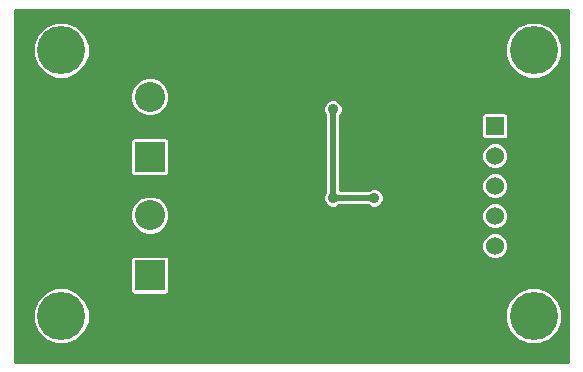
<source format=gtl>
G04 (created by PCBNEW (2013-mar-13)-testing) date Thu 04 Apr 2013 07:07:45 PM CEST*
%MOIN*%
G04 Gerber Fmt 3.4, Leading zero omitted, Abs format*
%FSLAX34Y34*%
G01*
G70*
G90*
G04 APERTURE LIST*
%ADD10C,0.006*%
%ADD11R,0.06X0.06*%
%ADD12C,0.06*%
%ADD13R,0.1X0.1*%
%ADD14C,0.1*%
%ADD15C,0.16*%
%ADD16C,0.035*%
%ADD17C,0.02*%
%ADD18C,0.01*%
G04 APERTURE END LIST*
G54D10*
G54D11*
X49696Y-46622D03*
G54D12*
X50696Y-46622D03*
X49696Y-47622D03*
X50696Y-47622D03*
X49696Y-48622D03*
X50696Y-48622D03*
X49696Y-49622D03*
X50696Y-49622D03*
X49696Y-50622D03*
X50696Y-50622D03*
G54D13*
X38188Y-51590D03*
G54D14*
X38188Y-49590D03*
G54D13*
X38188Y-47653D03*
G54D14*
X38188Y-45653D03*
G54D15*
X35236Y-52952D03*
X50984Y-52952D03*
X35236Y-44094D03*
X50984Y-44094D03*
G54D16*
X44291Y-46062D03*
X44291Y-49015D03*
X45669Y-49015D03*
G54D17*
X44291Y-49015D02*
X44291Y-46062D01*
X45669Y-49015D02*
X44291Y-49015D01*
G54D10*
G36*
X52115Y-54477D02*
X51934Y-54477D01*
X51934Y-52764D01*
X51934Y-43906D01*
X51790Y-43557D01*
X51523Y-43289D01*
X51174Y-43144D01*
X50796Y-43144D01*
X50446Y-43288D01*
X50179Y-43555D01*
X50034Y-43904D01*
X50034Y-44282D01*
X50178Y-44631D01*
X50445Y-44899D01*
X50794Y-45044D01*
X51172Y-45044D01*
X51521Y-44900D01*
X51789Y-44633D01*
X51934Y-44284D01*
X51934Y-43906D01*
X51934Y-52764D01*
X51790Y-52415D01*
X51523Y-52147D01*
X51174Y-52002D01*
X50796Y-52002D01*
X50446Y-52146D01*
X50179Y-52413D01*
X50146Y-52492D01*
X50146Y-50532D01*
X50146Y-49532D01*
X50146Y-48532D01*
X50146Y-47532D01*
X50146Y-47532D01*
X50146Y-46892D01*
X50146Y-46292D01*
X50124Y-46237D01*
X50081Y-46194D01*
X50026Y-46172D01*
X49967Y-46172D01*
X49367Y-46172D01*
X49311Y-46194D01*
X49269Y-46236D01*
X49246Y-46292D01*
X49246Y-46351D01*
X49246Y-46951D01*
X49269Y-47006D01*
X49311Y-47049D01*
X49366Y-47072D01*
X49426Y-47072D01*
X50026Y-47072D01*
X50081Y-47049D01*
X50123Y-47007D01*
X50146Y-46952D01*
X50146Y-46892D01*
X50146Y-47532D01*
X50078Y-47367D01*
X49952Y-47240D01*
X49786Y-47172D01*
X49607Y-47171D01*
X49442Y-47240D01*
X49315Y-47366D01*
X49246Y-47532D01*
X49246Y-47711D01*
X49315Y-47876D01*
X49441Y-48003D01*
X49606Y-48071D01*
X49785Y-48072D01*
X49951Y-48003D01*
X50078Y-47877D01*
X50146Y-47711D01*
X50146Y-47532D01*
X50146Y-48532D01*
X50078Y-48367D01*
X49952Y-48240D01*
X49786Y-48172D01*
X49607Y-48171D01*
X49442Y-48240D01*
X49315Y-48366D01*
X49246Y-48532D01*
X49246Y-48711D01*
X49315Y-48876D01*
X49441Y-49003D01*
X49606Y-49071D01*
X49785Y-49072D01*
X49951Y-49003D01*
X50078Y-48877D01*
X50146Y-48711D01*
X50146Y-48532D01*
X50146Y-49532D01*
X50078Y-49367D01*
X49952Y-49240D01*
X49786Y-49172D01*
X49607Y-49171D01*
X49442Y-49240D01*
X49315Y-49366D01*
X49246Y-49532D01*
X49246Y-49711D01*
X49315Y-49876D01*
X49441Y-50003D01*
X49606Y-50071D01*
X49785Y-50072D01*
X49951Y-50003D01*
X50078Y-49877D01*
X50146Y-49711D01*
X50146Y-49532D01*
X50146Y-50532D01*
X50078Y-50367D01*
X49952Y-50240D01*
X49786Y-50172D01*
X49607Y-50171D01*
X49442Y-50240D01*
X49315Y-50366D01*
X49246Y-50532D01*
X49246Y-50711D01*
X49315Y-50876D01*
X49441Y-51003D01*
X49606Y-51071D01*
X49785Y-51072D01*
X49951Y-51003D01*
X50078Y-50877D01*
X50146Y-50711D01*
X50146Y-50532D01*
X50146Y-52492D01*
X50034Y-52762D01*
X50034Y-53140D01*
X50178Y-53490D01*
X50445Y-53757D01*
X50794Y-53902D01*
X51172Y-53902D01*
X51521Y-53758D01*
X51789Y-53491D01*
X51934Y-53142D01*
X51934Y-52764D01*
X51934Y-54477D01*
X45994Y-54477D01*
X45994Y-48951D01*
X45944Y-48831D01*
X45853Y-48740D01*
X45734Y-48690D01*
X45604Y-48690D01*
X45485Y-48740D01*
X45459Y-48765D01*
X44541Y-48765D01*
X44541Y-46272D01*
X44566Y-46247D01*
X44616Y-46127D01*
X44616Y-45998D01*
X44567Y-45879D01*
X44475Y-45787D01*
X44356Y-45738D01*
X44226Y-45737D01*
X44107Y-45787D01*
X44015Y-45878D01*
X43966Y-45998D01*
X43966Y-46127D01*
X44015Y-46246D01*
X44041Y-46272D01*
X44041Y-48806D01*
X44015Y-48831D01*
X43966Y-48950D01*
X43966Y-49080D01*
X44015Y-49199D01*
X44107Y-49291D01*
X44226Y-49340D01*
X44355Y-49340D01*
X44475Y-49291D01*
X44500Y-49265D01*
X45459Y-49265D01*
X45484Y-49291D01*
X45604Y-49340D01*
X45733Y-49340D01*
X45853Y-49291D01*
X45944Y-49200D01*
X45994Y-49080D01*
X45994Y-48951D01*
X45994Y-54477D01*
X38839Y-54477D01*
X38839Y-49461D01*
X38839Y-45524D01*
X38740Y-45285D01*
X38557Y-45102D01*
X38318Y-45003D01*
X38060Y-45003D01*
X37821Y-45102D01*
X37638Y-45284D01*
X37539Y-45523D01*
X37538Y-45782D01*
X37637Y-46021D01*
X37820Y-46204D01*
X38059Y-46303D01*
X38317Y-46303D01*
X38556Y-46204D01*
X38739Y-46022D01*
X38838Y-45783D01*
X38839Y-45524D01*
X38839Y-49461D01*
X38839Y-49461D01*
X38839Y-48123D01*
X38839Y-47123D01*
X38816Y-47068D01*
X38774Y-47026D01*
X38718Y-47003D01*
X38659Y-47003D01*
X37659Y-47003D01*
X37604Y-47026D01*
X37561Y-47068D01*
X37539Y-47123D01*
X37538Y-47183D01*
X37538Y-48183D01*
X37561Y-48238D01*
X37603Y-48280D01*
X37659Y-48303D01*
X37718Y-48303D01*
X38718Y-48303D01*
X38773Y-48280D01*
X38816Y-48238D01*
X38838Y-48183D01*
X38839Y-48123D01*
X38839Y-49461D01*
X38740Y-49222D01*
X38557Y-49039D01*
X38318Y-48940D01*
X38060Y-48940D01*
X37821Y-49039D01*
X37638Y-49221D01*
X37539Y-49460D01*
X37538Y-49719D01*
X37637Y-49958D01*
X37820Y-50141D01*
X38059Y-50240D01*
X38317Y-50240D01*
X38556Y-50141D01*
X38739Y-49959D01*
X38838Y-49720D01*
X38839Y-49461D01*
X38839Y-54477D01*
X38839Y-54477D01*
X38839Y-52060D01*
X38839Y-51060D01*
X38816Y-51005D01*
X38774Y-50963D01*
X38718Y-50940D01*
X38659Y-50940D01*
X37659Y-50940D01*
X37604Y-50963D01*
X37561Y-51005D01*
X37539Y-51060D01*
X37538Y-51120D01*
X37538Y-52120D01*
X37561Y-52175D01*
X37603Y-52217D01*
X37659Y-52240D01*
X37718Y-52240D01*
X38718Y-52240D01*
X38773Y-52217D01*
X38816Y-52175D01*
X38838Y-52120D01*
X38839Y-52060D01*
X38839Y-54477D01*
X36186Y-54477D01*
X36186Y-52764D01*
X36186Y-43906D01*
X36042Y-43557D01*
X35775Y-43289D01*
X35426Y-43144D01*
X35048Y-43144D01*
X34698Y-43288D01*
X34431Y-43555D01*
X34286Y-43904D01*
X34286Y-44282D01*
X34430Y-44631D01*
X34697Y-44899D01*
X35046Y-45044D01*
X35424Y-45044D01*
X35773Y-44900D01*
X36041Y-44633D01*
X36186Y-44284D01*
X36186Y-43906D01*
X36186Y-52764D01*
X36042Y-52415D01*
X35775Y-52147D01*
X35426Y-52002D01*
X35048Y-52002D01*
X34698Y-52146D01*
X34431Y-52413D01*
X34286Y-52762D01*
X34286Y-53140D01*
X34430Y-53490D01*
X34697Y-53757D01*
X35046Y-53902D01*
X35424Y-53902D01*
X35773Y-53758D01*
X36041Y-53491D01*
X36186Y-53142D01*
X36186Y-52764D01*
X36186Y-54477D01*
X33711Y-54477D01*
X33711Y-42766D01*
X52115Y-42766D01*
X52115Y-54477D01*
X52115Y-54477D01*
G37*
G54D18*
X52115Y-54477D02*
X51934Y-54477D01*
X51934Y-52764D01*
X51934Y-43906D01*
X51790Y-43557D01*
X51523Y-43289D01*
X51174Y-43144D01*
X50796Y-43144D01*
X50446Y-43288D01*
X50179Y-43555D01*
X50034Y-43904D01*
X50034Y-44282D01*
X50178Y-44631D01*
X50445Y-44899D01*
X50794Y-45044D01*
X51172Y-45044D01*
X51521Y-44900D01*
X51789Y-44633D01*
X51934Y-44284D01*
X51934Y-43906D01*
X51934Y-52764D01*
X51790Y-52415D01*
X51523Y-52147D01*
X51174Y-52002D01*
X50796Y-52002D01*
X50446Y-52146D01*
X50179Y-52413D01*
X50146Y-52492D01*
X50146Y-50532D01*
X50146Y-49532D01*
X50146Y-48532D01*
X50146Y-47532D01*
X50146Y-47532D01*
X50146Y-46892D01*
X50146Y-46292D01*
X50124Y-46237D01*
X50081Y-46194D01*
X50026Y-46172D01*
X49967Y-46172D01*
X49367Y-46172D01*
X49311Y-46194D01*
X49269Y-46236D01*
X49246Y-46292D01*
X49246Y-46351D01*
X49246Y-46951D01*
X49269Y-47006D01*
X49311Y-47049D01*
X49366Y-47072D01*
X49426Y-47072D01*
X50026Y-47072D01*
X50081Y-47049D01*
X50123Y-47007D01*
X50146Y-46952D01*
X50146Y-46892D01*
X50146Y-47532D01*
X50078Y-47367D01*
X49952Y-47240D01*
X49786Y-47172D01*
X49607Y-47171D01*
X49442Y-47240D01*
X49315Y-47366D01*
X49246Y-47532D01*
X49246Y-47711D01*
X49315Y-47876D01*
X49441Y-48003D01*
X49606Y-48071D01*
X49785Y-48072D01*
X49951Y-48003D01*
X50078Y-47877D01*
X50146Y-47711D01*
X50146Y-47532D01*
X50146Y-48532D01*
X50078Y-48367D01*
X49952Y-48240D01*
X49786Y-48172D01*
X49607Y-48171D01*
X49442Y-48240D01*
X49315Y-48366D01*
X49246Y-48532D01*
X49246Y-48711D01*
X49315Y-48876D01*
X49441Y-49003D01*
X49606Y-49071D01*
X49785Y-49072D01*
X49951Y-49003D01*
X50078Y-48877D01*
X50146Y-48711D01*
X50146Y-48532D01*
X50146Y-49532D01*
X50078Y-49367D01*
X49952Y-49240D01*
X49786Y-49172D01*
X49607Y-49171D01*
X49442Y-49240D01*
X49315Y-49366D01*
X49246Y-49532D01*
X49246Y-49711D01*
X49315Y-49876D01*
X49441Y-50003D01*
X49606Y-50071D01*
X49785Y-50072D01*
X49951Y-50003D01*
X50078Y-49877D01*
X50146Y-49711D01*
X50146Y-49532D01*
X50146Y-50532D01*
X50078Y-50367D01*
X49952Y-50240D01*
X49786Y-50172D01*
X49607Y-50171D01*
X49442Y-50240D01*
X49315Y-50366D01*
X49246Y-50532D01*
X49246Y-50711D01*
X49315Y-50876D01*
X49441Y-51003D01*
X49606Y-51071D01*
X49785Y-51072D01*
X49951Y-51003D01*
X50078Y-50877D01*
X50146Y-50711D01*
X50146Y-50532D01*
X50146Y-52492D01*
X50034Y-52762D01*
X50034Y-53140D01*
X50178Y-53490D01*
X50445Y-53757D01*
X50794Y-53902D01*
X51172Y-53902D01*
X51521Y-53758D01*
X51789Y-53491D01*
X51934Y-53142D01*
X51934Y-52764D01*
X51934Y-54477D01*
X45994Y-54477D01*
X45994Y-48951D01*
X45944Y-48831D01*
X45853Y-48740D01*
X45734Y-48690D01*
X45604Y-48690D01*
X45485Y-48740D01*
X45459Y-48765D01*
X44541Y-48765D01*
X44541Y-46272D01*
X44566Y-46247D01*
X44616Y-46127D01*
X44616Y-45998D01*
X44567Y-45879D01*
X44475Y-45787D01*
X44356Y-45738D01*
X44226Y-45737D01*
X44107Y-45787D01*
X44015Y-45878D01*
X43966Y-45998D01*
X43966Y-46127D01*
X44015Y-46246D01*
X44041Y-46272D01*
X44041Y-48806D01*
X44015Y-48831D01*
X43966Y-48950D01*
X43966Y-49080D01*
X44015Y-49199D01*
X44107Y-49291D01*
X44226Y-49340D01*
X44355Y-49340D01*
X44475Y-49291D01*
X44500Y-49265D01*
X45459Y-49265D01*
X45484Y-49291D01*
X45604Y-49340D01*
X45733Y-49340D01*
X45853Y-49291D01*
X45944Y-49200D01*
X45994Y-49080D01*
X45994Y-48951D01*
X45994Y-54477D01*
X38839Y-54477D01*
X38839Y-49461D01*
X38839Y-45524D01*
X38740Y-45285D01*
X38557Y-45102D01*
X38318Y-45003D01*
X38060Y-45003D01*
X37821Y-45102D01*
X37638Y-45284D01*
X37539Y-45523D01*
X37538Y-45782D01*
X37637Y-46021D01*
X37820Y-46204D01*
X38059Y-46303D01*
X38317Y-46303D01*
X38556Y-46204D01*
X38739Y-46022D01*
X38838Y-45783D01*
X38839Y-45524D01*
X38839Y-49461D01*
X38839Y-49461D01*
X38839Y-48123D01*
X38839Y-47123D01*
X38816Y-47068D01*
X38774Y-47026D01*
X38718Y-47003D01*
X38659Y-47003D01*
X37659Y-47003D01*
X37604Y-47026D01*
X37561Y-47068D01*
X37539Y-47123D01*
X37538Y-47183D01*
X37538Y-48183D01*
X37561Y-48238D01*
X37603Y-48280D01*
X37659Y-48303D01*
X37718Y-48303D01*
X38718Y-48303D01*
X38773Y-48280D01*
X38816Y-48238D01*
X38838Y-48183D01*
X38839Y-48123D01*
X38839Y-49461D01*
X38740Y-49222D01*
X38557Y-49039D01*
X38318Y-48940D01*
X38060Y-48940D01*
X37821Y-49039D01*
X37638Y-49221D01*
X37539Y-49460D01*
X37538Y-49719D01*
X37637Y-49958D01*
X37820Y-50141D01*
X38059Y-50240D01*
X38317Y-50240D01*
X38556Y-50141D01*
X38739Y-49959D01*
X38838Y-49720D01*
X38839Y-49461D01*
X38839Y-54477D01*
X38839Y-54477D01*
X38839Y-52060D01*
X38839Y-51060D01*
X38816Y-51005D01*
X38774Y-50963D01*
X38718Y-50940D01*
X38659Y-50940D01*
X37659Y-50940D01*
X37604Y-50963D01*
X37561Y-51005D01*
X37539Y-51060D01*
X37538Y-51120D01*
X37538Y-52120D01*
X37561Y-52175D01*
X37603Y-52217D01*
X37659Y-52240D01*
X37718Y-52240D01*
X38718Y-52240D01*
X38773Y-52217D01*
X38816Y-52175D01*
X38838Y-52120D01*
X38839Y-52060D01*
X38839Y-54477D01*
X36186Y-54477D01*
X36186Y-52764D01*
X36186Y-43906D01*
X36042Y-43557D01*
X35775Y-43289D01*
X35426Y-43144D01*
X35048Y-43144D01*
X34698Y-43288D01*
X34431Y-43555D01*
X34286Y-43904D01*
X34286Y-44282D01*
X34430Y-44631D01*
X34697Y-44899D01*
X35046Y-45044D01*
X35424Y-45044D01*
X35773Y-44900D01*
X36041Y-44633D01*
X36186Y-44284D01*
X36186Y-43906D01*
X36186Y-52764D01*
X36042Y-52415D01*
X35775Y-52147D01*
X35426Y-52002D01*
X35048Y-52002D01*
X34698Y-52146D01*
X34431Y-52413D01*
X34286Y-52762D01*
X34286Y-53140D01*
X34430Y-53490D01*
X34697Y-53757D01*
X35046Y-53902D01*
X35424Y-53902D01*
X35773Y-53758D01*
X36041Y-53491D01*
X36186Y-53142D01*
X36186Y-52764D01*
X36186Y-54477D01*
X33711Y-54477D01*
X33711Y-42766D01*
X52115Y-42766D01*
X52115Y-54477D01*
M02*

</source>
